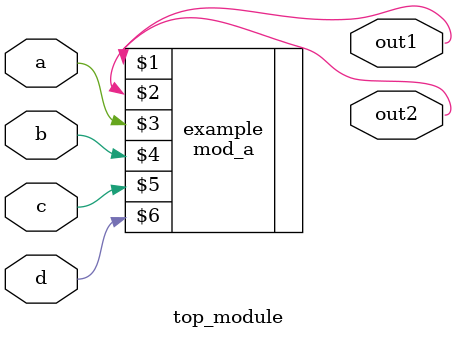
<source format=v>
module top_module ( 
        input a, 
        input b, 
        input c,
        input d,
        output out1,
        output out2
    );
    mod_a example(out1,out2,a,b,c,d);
endmodule
</source>
